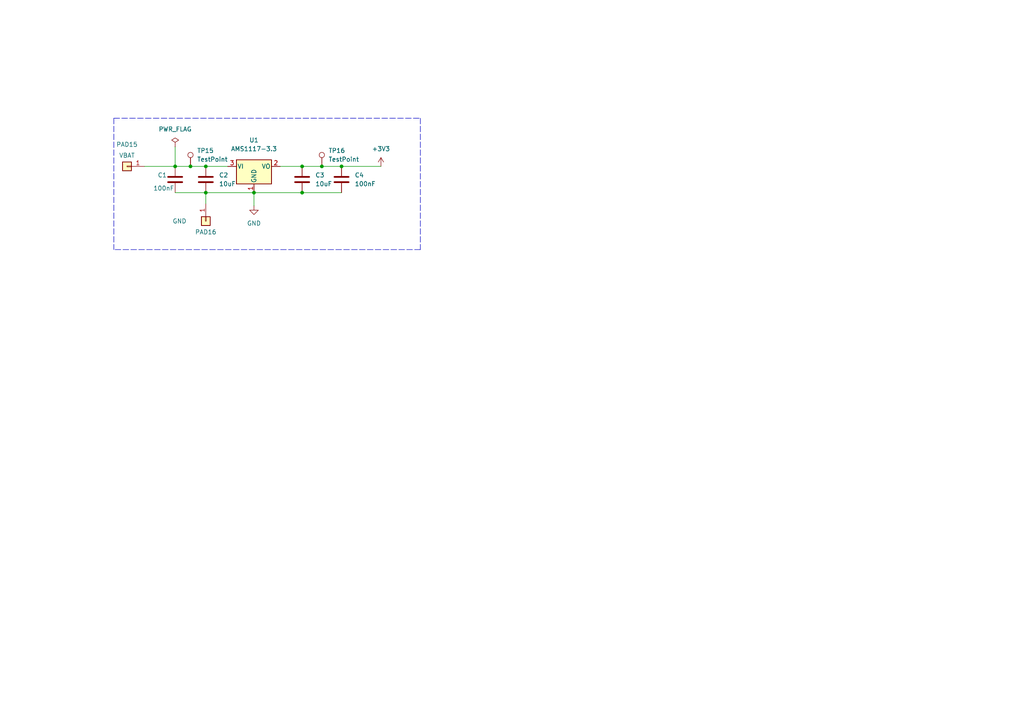
<source format=kicad_sch>
(kicad_sch (version 20250114) (generator "eeschema") (generator_version "9.0")
  (paper "A4")
  (lib_symbols
    (symbol "Connector:TestPoint" (pin_numbers (hide yes)) (pin_names (offset 0.762) (hide yes))
      (property "Reference" "TP" (at 0 6.858 0))
      (property "Value" "TestPoint" (at 0 5.08 0))
      (symbol "TestPoint_0_1"
        (circle (center 0 3.302) (radius 0.762))
      )
      (symbol "TestPoint_1_1"
        (pin passive line (at 0 0 90) (length 2.54) (name "1") (number "1"))
      )
    )
    (symbol "Connector_Generic:Conn_01x01" (pin_names (offset 1.016) (hide yes))
      (property "Reference" "J" (at 0 2.54 0))
      (property "Value" "Conn_01x01" (at 0 -2.54 0))
      (symbol "Conn_01x01_1_1"
        (rectangle (start -1.27 1.27) (end 1.27 -1.27) (stroke (width 0.254)) (fill (type background)))
        (rectangle (start -1.27 0.127) (end 0 -0.127) (stroke (width 0.1524)))
        (pin passive line (at -5.08 0 0) (length 3.81) (name "Pin_1") (number "1"))
      )
    )
    (symbol "Device:C" (pin_numbers (hide yes)) (pin_names (offset 0.254))
      (property "Reference" "C" (at 0.635 2.54 0))
      (property "Value" "C" (at 0.635 -2.54 0))
      (symbol "C_0_1"
        (polyline (pts (xy -2.032 0.762) (xy 2.032 0.762)) (stroke (width 0.508)))
        (polyline (pts (xy -2.032 -0.762) (xy 2.032 -0.762)) (stroke (width 0.508)))
      )
      (symbol "C_1_1"
        (pin passive line (at 0 3.81 270) (length 2.794) (name "~") (number "1"))
        (pin passive line (at 0 -3.81 90) (length 2.794) (name "~") (number "2"))
      )
    )
    (symbol "Regulator_Linear:AMS1117-3.3" (pin_names (offset 0.254))
      (property "Reference" "U" (at -3.81 3.175 0))
      (property "Value" "AMS1117-3.3" (at 0 3.175 0))
      (symbol "AMS1117-3.3_0_1"
        (rectangle (start -5.08 -5.08) (end 5.08 1.905) (stroke (width 0.254)) (fill (type background)))
      )
      (symbol "AMS1117-3.3_1_1"
        (pin power_in line (at -7.62 0 0) (length 2.54) (name "VI") (number "3"))
        (pin power_in line (at 0 -7.62 90) (length 2.54) (name "GND") (number "1"))
        (pin power_out line (at 7.62 0 180) (length 2.54) (name "VO") (number "2"))
      )
    )
    (symbol "power:+3V3" (power) (pin_names (offset 0))
      (property "Value" "+3V3" (at 0 3.556 0))
      (symbol "+3V3_0_1"
        (polyline (pts (xy -0.762 1.27) (xy 0 2.54)))
        (polyline (pts (xy 0 2.54) (xy 0.762 1.27)))
        (polyline (pts (xy 0 0) (xy 0 2.54)))
      )
      (symbol "+3V3_1_1"
        (pin power_in line (at 0 0 90) (length 0) (hide yes) (name "+3V3") (number "1"))
      )
    )
    (symbol "power:GND" (power) (pin_names (offset 0))
      (property "Value" "GND" (at 0 -3.81 0))
      (symbol "GND_0_1"
        (polyline (pts (xy 0 0) (xy 0 -1.27) (xy 1.27 -1.27) (xy 0 -2.54) (xy -1.27 -1.27) (xy 0 -1.27)))
      )
      (symbol "GND_1_1"
        (pin power_in line (at 0 0 270) (length 0) (hide yes) (name "GND") (number "1"))
      )
    )
    (symbol "power:PWR_FLAG" (power) (pin_numbers (hide yes)) (pin_names (offset 0) (hide yes))
      (property "Value" "PWR_FLAG" (at 0 3.81 0))
      (symbol "PWR_FLAG_0_0"
        (pin power_out line (at 0 0 90) (length 0) (name "pwr") (number "1"))
      )
      (symbol "PWR_FLAG_0_1"
        (polyline (pts (xy 0 0) (xy 0 1.27) (xy -1.016 1.905) (xy 0 2.54) (xy 1.016 1.905) (xy 0 1.27)))
      )
    )
  )
  (junction (at 93.345 48.26))
  (junction (at 59.69 48.26))
  (junction (at 55.245 48.26))
  (junction (at 50.8 48.26))
  (junction (at 73.66 55.88))
  (junction (at 87.63 55.88))
  (junction (at 59.69 55.88))
  (junction (at 99.06 48.26))
  (junction (at 87.63 48.26))
  (wire (pts (xy 59.69 48.26) (xy 66.04 48.26)))
  (wire (pts (xy 50.8 55.88) (xy 59.69 55.88)))
  (wire (pts (xy 93.345 48.26) (xy 99.06 48.26)))
  (wire (pts (xy 41.91 48.26) (xy 50.8 48.26)))
  (wire (pts (xy 87.63 48.26) (xy 93.345 48.26)))
  (wire (pts (xy 50.8 42.545) (xy 50.8 48.26)))
  (polyline (pts (xy 121.92 34.29) (xy 121.92 72.39)) (stroke (width 0) (type dash)))
  (polyline (pts (xy 121.92 72.39) (xy 33.02 72.39)) (stroke (width 0) (type dash)))
  (wire (pts (xy 50.8 48.26) (xy 55.245 48.26)))
  (wire (pts (xy 55.245 48.26) (xy 59.69 48.26)))
  (wire (pts (xy 59.69 55.88) (xy 73.66 55.88)))
  (wire (pts (xy 87.63 55.88) (xy 99.06 55.88)))
  (wire (pts (xy 81.28 48.26) (xy 87.63 48.26)))
  (wire (pts (xy 73.66 55.88) (xy 87.63 55.88)))
  (wire (pts (xy 99.06 48.26) (xy 110.49 48.26)))
  (wire (pts (xy 59.69 55.88) (xy 59.69 59.055)))
  (wire (pts (xy 73.66 55.88) (xy 73.66 59.69)))
  (polyline (pts (xy 33.02 34.29) (xy 33.02 72.39)) (stroke (width 0) (type dash)))
  (polyline (pts (xy 33.02 34.29) (xy 121.92 34.29)) (stroke (width 0) (type dash)))
  (symbol (lib_id "power:+3V3") (at 110.49 48.26 0) (unit 1)
    (property "Reference" "#PWR06" (effects (hide yes)))
    (property "Value" "+3V3" (at 110.49 43.18 0))
  )
  (symbol (lib_id "Device:C") (at 50.8 52.07 0) (unit 1)
    (property "Reference" "C1" (at 45.72 50.8 0) (effects (justify left)))
    (property "Value" "100nF" (at 44.45 54.61 0) (effects (justify left)))
    (property "Footprint" "Capacitor_SMD:C_0603_1608Metric" (effects (hide yes)))
  )
  (symbol (lib_id "Device:C") (at 59.69 52.07 0) (unit 1)
    (property "Reference" "C2" (at 63.5 50.7999 0) (effects (justify left)))
    (property "Value" "10uF" (at 63.5 53.3399 0) (effects (justify left)))
    (property "Footprint" "Capacitor_SMD:C_0805_2012Metric" (effects (hide yes)))
  )
  (symbol (lib_id "power:PWR_FLAG") (at 50.8 42.545 0) (unit 1)
    (property "Reference" "#FLG0104" (effects (hide yes)))
    (property "Value" "PWR_FLAG" (at 50.8 37.465 0))
  )
  (symbol (lib_id "Regulator_Linear:AMS1117-3.3") (at 73.66 48.26 0) (unit 1)
    (property "Reference" "U1" (at 73.66 40.64 0))
    (property "Value" "AMS1117-3.3" (at 73.66 43.18 0))
    (property "Footprint" "Package_TO_SOT_SMD:SOT-223-3_TabPin2" (effects (hide yes)))
    (property "Datasheet" "http://www.advanced-monolithic.com/pdf/ds1117.pdf" (effects (hide yes)))
  )
  (symbol (lib_id "power:GND") (at 73.66 59.69 0) (unit 1)
    (property "Reference" "#PWR05" (effects (hide yes)))
    (property "Value" "GND" (at 73.66 64.77 0))
  )
  (symbol (lib_id "Connector_Generic:Conn_01x01") (at 59.69 64.135 270) (unit 1)
    (property "Reference" "PAD16" (at 59.69 67.31 90))
    (property "Value" "GND" (at 52.07 64.135 90))
    (property "Footprint" "TestPoint:TestPoint_Pad_2.0x2.0mm" (effects (hide yes)))
  )
  (symbol (lib_id "Connector_Generic:Conn_01x01") (at 36.83 48.26 180) (unit 1)
    (property "Reference" "PAD15" (at 36.83 41.91 0))
    (property "Value" "VBAT" (at 36.83 45.085 0))
    (property "Footprint" "TestPoint:TestPoint_Pad_2.0x2.0mm" (effects (hide yes)))
  )
  (symbol (lib_id "Connector:TestPoint") (at 55.245 48.26 0) (unit 1)
    (property "Reference" "TP15" (at 57.15 43.6879 0) (effects (justify left)))
    (property "Value" "TestPoint" (at 57.15 46.2279 0) (effects (justify left)))
    (property "Footprint" "TestPoint:TestPoint_Pad_D1.5mm" (effects (hide yes)))
  )
  (symbol (lib_id "Device:C") (at 99.06 52.07 0) (unit 1)
    (property "Reference" "C4" (at 102.87 50.7999 0) (effects (justify left)))
    (property "Value" "100nF" (at 102.87 53.3399 0) (effects (justify left)))
    (property "Footprint" "Capacitor_SMD:C_0805_2012Metric" (effects (hide yes)))
  )
  (symbol (lib_id "Connector:TestPoint") (at 93.345 48.26 0) (unit 1)
    (property "Reference" "TP16" (at 95.25 43.6879 0) (effects (justify left)))
    (property "Value" "TestPoint" (at 95.25 46.2279 0) (effects (justify left)))
    (property "Footprint" "TestPoint:TestPoint_Pad_D1.5mm" (effects (hide yes)))
  )
  (symbol (lib_id "Device:C") (at 87.63 52.07 0) (unit 1)
    (property "Reference" "C3" (at 91.44 50.7999 0) (effects (justify left)))
    (property "Value" "10uF" (at 91.44 53.3399 0) (effects (justify left)))
    (property "Footprint" "Capacitor_SMD:C_0805_2012Metric" (effects (hide yes)))
  )
)
</source>
